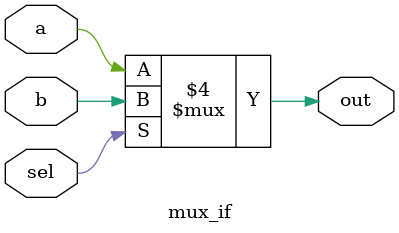
<source format=v>
module mux_if (
    input wire sel,
    input wire a,
    input wire b,
    output reg out
);
    always @ (sel or a or b)begin
        if (sel == 0)begin
            out = a;
        end
        else begin
            out = b;
        end
    end
endmodule

</source>
